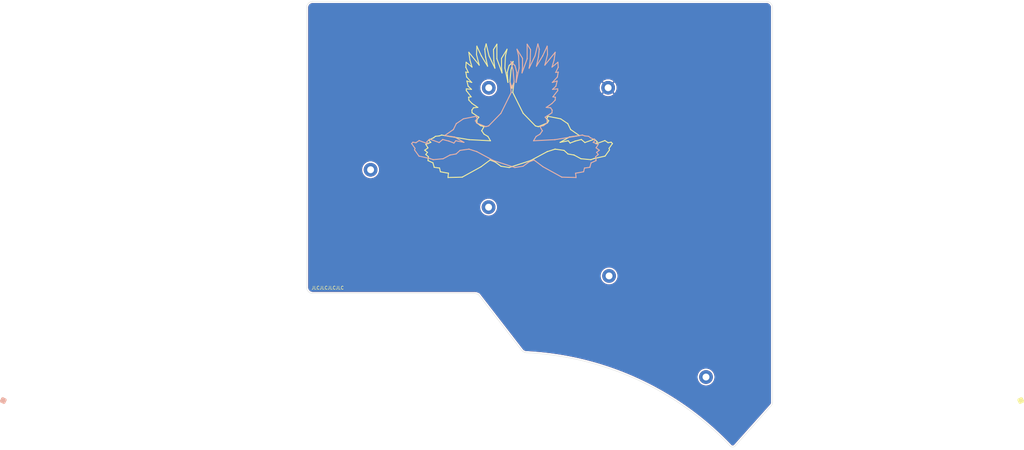
<source format=kicad_pcb>
(kicad_pcb (version 20211014) (generator pcbnew)
  (title_block (title "BlueJay Left"))
  (layers (0 "F.Cu" signal) (31 "B.Cu" signal) (36 "B.SilkS" user "B.Silkscreen") (37 "F.SilkS" user "F.Silkscreen") (38 "B.Mask" user) (39 "F.Mask" user) (44 "Edge.Cuts" user))
  (net 0 "")
  (net 1 "GND")
  (footprint "MountingHole:MountingHole_2.2mm_M2_Pad" (layer "F.Cu") (at -29.15 9.55)
    (fp_text reference "H5")
    (fp_text value "M2")
    (pad "1" thru_hole circle (at 0 0) (size 4.4 4.4) (drill 2.2) (layers *.Cu *.Mask))
  )
  (footprint "MountingHole:MountingHole_2.2mm_M2_Pad" (layer "F.Cu") (at -29.09 -28.59)
    (fp_text reference "H1")
    (fp_text value "M2")
    (pad "1" thru_hole circle (at 0 0) (size 4.4 4.4) (drill 2.2) (layers *.Cu *.Mask))
  )
  (footprint "MountingHole:MountingHole_2.2mm_M2_Pad" (layer "F.Cu") (at 9 -28.6)
    (fp_text reference "H3")
    (fp_text value "M2")
    (pad "1" thru_hole circle (at 0 0) (size 4.4 4.4) (drill 2.2) (layers *.Cu *.Mask) (net 1 "GND"))
  )
  (footprint "MountingHole:MountingHole_2.2mm_M2_Pad" (layer "F.Cu") (at 40.23 63.82)
    (fp_text reference "H2")
    (fp_text value "M2")
    (pad "1" thru_hole circle (at 0 0) (size 4.4 4.4) (drill 2.2) (layers *.Cu *.Mask))
  )
  (footprint "MountingHole:MountingHole_2.2mm_M2_Pad" (layer "F.Cu") (at 9.3 31.52)
    (fp_text reference "H6")
    (fp_text value "M2")
    (pad "1" thru_hole circle (at 0 0) (size 4.4 4.4) (drill 2.2) (layers *.Cu *.Mask))
  )
  (footprint "MountingHole:MountingHole_2.2mm_M2_Pad" (layer "F.Cu") (at -66.8 -2.4)
    (fp_text reference "H4")
    (fp_text value "M2")
    (pad "1" thru_hole circle (at 0 0) (size 4.4 4.4) (drill 2.2) (layers *.Cu *.Mask))
  )
  (footprint "BlueJay footprints:BlueJay_Logo_New_Large" (layer "F.Cu") (at -21.67 -13.48)
    (fp_text reference "G***" hide)
    (fp_text value "LOGO" hide)
    (fp_line (start -2.098264 -25.309015) (end -1.585432 -27.417328) (layer "F.SilkS") (width 0.311607))
    (fp_line (start -22.839601 11.728932) (end -20.275436 12.184784) (layer "F.SilkS") (width 0.311607))
    (fp_line (start -24.833946 10.304398) (end -24.833946 10.304398) (layer "F.SilkS") (width 0.311607))
    (fp_line (start -11.329261 -25.707884) (end -11.329261 -25.707884) (layer "F.SilkS") (width 0.311607))
    (fp_line (start 11.235302 5.29002) (end 11.235302 5.29002) (layer "F.SilkS") (width 0.311607))
    (fp_line (start 19.782521 6.372666) (end 19.782521 6.372666) (layer "F.SilkS") (width 0.311607))
    (fp_line (start -26.657356 6.942494) (end -26.657356 6.942494) (layer "F.SilkS") (width 0.311607))
    (fp_line (start -0.901746 10.361367) (end -0.901746 10.361367) (layer "F.SilkS") (width 0.311607))
    (fp_line (start 21.492081 0.161688) (end 18.699986 -1.77568) (layer "F.SilkS") (width 0.311607))
    (fp_line (start 3.54292 -6.960994) (end 3.54292 -6.960994) (layer "F.SilkS") (width 0.311607))
    (fp_line (start 7.47464 -2.915311) (end 7.47464 -2.915311) (layer "F.SilkS") (width 0.311607))
    (fp_line (start 30.665974 2.440945) (end 29.640309 1.757168) (layer "F.SilkS") (width 0.311607))
    (fp_line (start -12.810804 -7.986658) (end -12.753854 -7.131935) (layer "F.SilkS") (width 0.311607))
    (fp_line (start -3.351854 -24.511275) (end -3.351854 -24.511275) (layer "F.SilkS") (width 0.311607))
    (fp_line (start -4.833376 -29.012809) (end -4.833376 -29.012809) (layer "F.SilkS") (width 0.311607))
    (fp_line (start 20.124405 1.928113) (end 20.124405 1.928113) (layer "F.SilkS") (width 0.311607))
    (fp_line (start -5.403278 8.594944) (end -3.52289 9.962498) (layer "F.SilkS") (width 0.311607))
    (fp_line (start -13.437571 -23.998442) (end -13.437571 -23.998442) (layer "F.SilkS") (width 0.311607))
    (fp_line (start -14.577197 -14.767448) (end -14.577197 -14.197633) (layer "F.SilkS") (width 0.311607))
    (fp_line (start 3.54292 -6.960994) (end 0.237997 -13.627822) (layer "F.SilkS") (width 0.311607))
    (fp_line (start -13.836441 -12.089321) (end -13.779491 -11.177618) (layer "F.SilkS") (width 0.311607))
    (fp_line (start -12.753793 -21.719184) (end -14.634182 -23.257683) (layer "F.SilkS") (width 0.311607))
    (fp_line (start -0.901746 10.361367) (end 5.936028 8.139092) (layer "F.SilkS") (width 0.311607))
    (fp_line (start -20.275436 12.184784) (end -20.275436 12.184784) (layer "F.SilkS") (width 0.311607))
    (fp_line (start 7.47464 -2.915311) (end 3.54292 -6.960994) (layer "F.SilkS") (width 0.311607))
    (fp_line (start -4.833376 -24.397313) (end -4.833376 -29.012809) (layer "F.SilkS") (width 0.311607))
    (fp_line (start -20.275436 12.184784) (end -20.44638 13.552338) (layer "F.SilkS") (width 0.311607))
    (fp_line (start -0.160879 -14.995376) (end -0.160879 -14.995376) (layer "F.SilkS") (width 0.311607))
    (fp_line (start 162.526379 84.26894) (end 162.526379 84.26894) (layer "F.SilkS") (width 1))
    (fp_line (start 15.337963 2.326981) (end 18.300995 0.617539) (layer "F.SilkS") (width 0.311607))
    (fp_line (start 31.121827 4.720204) (end 30.950882 4.264351) (layer "F.SilkS") (width 0.311607))
    (fp_line (start -9.90481 10.133442) (end -6.998756 7.968148) (layer "F.SilkS") (width 0.311607))
    (fp_line (start -6.884798 1.814152) (end -13.665584 1.472264) (layer "F.SilkS") (width 0.311607))
    (fp_line (start -14.634182 -23.257683) (end -14.748139 -21.662202) (layer "F.SilkS") (width 0.311607))
    (fp_line (start -13.437571 -23.998442) (end -12.753793 -21.719184) (layer "F.SilkS") (width 0.311607))
    (fp_line (start -26.600368 1.58623) (end -26.600368 1.58623) (layer "F.SilkS") (width 0.311607))
    (fp_line (start -14.748139 -20.123704) (end -14.463237 -18.528224) (layer "F.SilkS") (width 0.311607))
    (fp_line (start -9.90481 10.133442) (end -9.90481 10.133442) (layer "F.SilkS") (width 0.311607))
    (fp_line (start 19.782521 6.372666) (end 22.004788 7.569275) (layer "F.SilkS") (width 0.311607))
    (fp_line (start -14.634182 -23.257683) (end -14.634182 -23.257683) (layer "F.SilkS") (width 0.311607))
    (fp_line (start -5.802055 -23.770516) (end -5.802055 -23.770516) (layer "F.SilkS") (width 0.311607))
    (fp_line (start -1.357483 -17.616522) (end -1.357483 -17.616522) (layer "F.SilkS") (width 0.311607))
    (fp_line (start 0.636866 -16.7618) (end -0.160879 -14.995376) (layer "F.SilkS") (width 0.311607))
    (fp_line (start -25.232813 8.87986) (end -24.833946 10.304398) (layer "F.SilkS") (width 0.311607))
    (fp_line (start -12.867752 -16.81878) (end -12.867752 -16.81878) (layer "F.SilkS") (width 0.311607))
    (fp_line (start -14.577197 -14.197633) (end -14.577197 -14.197633) (layer "F.SilkS") (width 0.311607))
    (fp_line (start -8.70811 -27.417328) (end -8.423208 -24.910146) (layer "F.SilkS") (width 0.311607))
    (fp_line (start 18.52892 2.554905) (end 17.959107 1.814148) (layer "F.SilkS") (width 0.311607))
    (fp_line (start -7.340555 -25.309015) (end -7.340555 -25.309015) (layer "F.SilkS") (width 0.311607))
    (fp_line (start -14.748139 -20.123704) (end -14.748139 -20.123704) (layer "F.SilkS") (width 0.311607))
    (fp_line (start 18.300995 0.617539) (end 21.492081 0.161688) (layer "F.SilkS") (width 0.311607))
    (fp_line (start 17.845147 6.030777) (end 19.782521 6.372666) (layer "F.SilkS") (width 0.311607))
    (fp_line (start -12.753854 -7.131935) (end -10.588556 -5.707399) (layer "F.SilkS") (width 0.311607))
    (fp_line (start 13.742482 4.49228) (end 13.742482 4.49228) (layer "F.SilkS") (width 0.311607))
    (fp_line (start -2.269209 -21.434277) (end -2.098264 -25.309015) (layer "F.SilkS") (width 0.311607))
    (fp_line (start -12.297971 -8.727417) (end -12.297971 -8.727417) (layer "F.SilkS") (width 0.311607))
    (fp_line (start 26.164441 7.512291) (end 29.697285 6.71455) (layer "F.SilkS") (width 0.311607))
    (fp_line (start 5.936028 8.139092) (end 11.235302 5.29002) (layer "F.SilkS") (width 0.311607))
    (fp_line (start 17.959107 1.814148) (end 17.959107 1.814148) (layer "F.SilkS") (width 0.311607))
    (fp_line (start -26.999244 5.517952) (end -26.999244 5.517952) (layer "F.SilkS") (width 0.311607))
    (fp_line (start -14.577197 -14.767448) (end -14.577197 -14.767448) (layer "F.SilkS") (width 0.311607))
    (fp_line (start -22.440725 -0.009252) (end -22.440725 -0.009252) (layer "F.SilkS") (width 0.311607))
    (fp_line (start -13.038697 -12.203283) (end -13.836441 -12.089321) (layer "F.SilkS") (width 0.311607))
    (fp_line (start 11.349377 -5.593439) (end 11.007496 -5.308534) (layer "F.SilkS") (width 0.311607))
    (fp_line (start 26.278397 1.301314) (end 23.258385 2.383961) (layer "F.SilkS") (width 0.311607))
    (fp_line (start -2.269209 -21.434277) (end -2.269209 -21.434277) (layer "F.SilkS") (width 0.311607))
    (fp_line (start -9.676885 -1.376806) (end -9.676885 -1.376806) (layer "F.SilkS") (width 0.311607))
    (fp_line (start 29.640309 1.757168) (end 29.640309 1.757168) (layer "F.SilkS") (width 0.311607))
    (fp_line (start -23.238468 0.275654) (end -23.238468 0.275654) (layer "F.SilkS") (width 0.311607))
    (fp_line (start 8.386341 -2.687385) (end 8.386341 -2.687385) (layer "F.SilkS") (width 0.311607))
    (fp_line (start -19.933547 0.446599) (end -19.933547 0.446599) (layer "F.SilkS") (width 0.311607))
    (fp_line (start -20.44638 13.552338) (end -17.939193 13.495347) (layer "F.SilkS") (width 0.311607))
    (fp_line (start -26.600368 1.58623) (end -25.916591 2.326989) (layer "F.SilkS") (width 0.311607))
    (fp_line (start 11.691265 -4.567773) (end 11.292397 -3.883995) (layer "F.SilkS") (width 0.311607))
    (fp_line (start 11.178433 -6.049291) (end 11.178433 -6.049291) (layer "F.SilkS") (width 0.311607))
    (fp_line (start -26.657356 6.942494) (end -26.8283 8.139103) (layer "F.SilkS") (width 0.311607))
    (fp_line (start -13.836441 -12.089321) (end -13.836441 -12.089321) (layer "F.SilkS") (width 0.311607))
    (fp_line (start -5.916019 -27.303366) (end -5.916019 -27.303366) (layer "F.SilkS") (width 0.311607))
    (fp_line (start 11.691265 -4.567773) (end 11.691265 -4.567773) (layer "F.SilkS") (width 0.311607))
    (fp_line (start 11.178433 -6.049291) (end 11.349377 -5.593439) (layer "F.SilkS") (width 0.311607))
    (fp_line (start -12.924739 -14.596504) (end -12.924739 -14.596504) (layer "F.SilkS") (width 0.311607))
    (fp_line (start -26.8283 8.139103) (end -26.8283 8.139103) (layer "F.SilkS") (width 0.311607))
    (fp_line (start -1.585432 -27.417328) (end -1.585432 -27.417328) (layer "F.SilkS") (width 0.311607))
    (fp_line (start -3.351854 -21.662203) (end -3.18091 -19.838797) (layer "F.SilkS") (width 0.311607))
    (fp_line (start -12.753826 -10.09497) (end -12.753826 -10.09497) (layer "F.SilkS") (width 0.311607))
    (fp_line (start -3.52289 9.962498) (end -3.52289 9.962498) (layer "F.SilkS") (width 0.311607))
    (fp_line (start 31.634652 2.270001) (end 31.634652 2.270001) (layer "F.SilkS") (width 0.311607))
    (fp_line (start -4.833376 -24.397313) (end -4.833376 -24.397313) (layer "F.SilkS") (width 0.311607))
    (fp_line (start 22.004788 7.569275) (end 25.138775 7.85418) (layer "F.SilkS") (width 0.311607))
    (fp_line (start 27.190106 2.156037) (end 26.278397 1.301314) (layer "F.SilkS") (width 0.311607))
    (fp_line (start -13.779461 -26.448644) (end -13.779461 -26.448644) (layer "F.SilkS") (width 0.311607))
    (fp_line (start -9.676885 -1.376806) (end -8.936121 -0.29416) (layer "F.SilkS") (width 0.311607))
    (fp_line (start -11.158405 -3.827009) (end -11.158405 -3.827009) (layer "F.SilkS") (width 0.311607))
    (fp_line (start 15.50903 -5.194568) (end 15.50903 -5.194568) (layer "F.SilkS") (width 0.311607))
    (fp_line (start -13.665584 1.472264) (end -19.933547 0.446599) (layer "F.SilkS") (width 0.311607))
    (fp_line (start -14.748139 -21.662202) (end -14.748139 -21.662202) (layer "F.SilkS") (width 0.311607))
    (fp_line (start -3.351854 -24.511275) (end -3.351854 -21.662203) (layer "F.SilkS") (width 0.311607))
    (fp_line (start -3.18091 -19.838797) (end -3.18091 -19.838797) (layer "F.SilkS") (width 0.311607))
    (fp_line (start -13.950404 -20.00974) (end -14.748139 -20.123704) (layer "F.SilkS") (width 0.311607))
    (fp_line (start -13.950404 -20.00974) (end -13.950404 -20.00974) (layer "F.SilkS") (width 0.311607))
    (fp_line (start 29.697285 6.71455) (end 29.697285 6.71455) (layer "F.SilkS") (width 0.311607))
    (fp_line (start -27.512077 2.953785) (end -27.512077 2.953785) (layer "F.SilkS") (width 0.311607))
    (fp_line (start -8.252264 -29.126772) (end -8.70811 -27.417328) (layer "F.SilkS") (width 0.311607))
    (fp_line (start -27.512077 6.201733) (end -27.512077 6.201733) (layer "F.SilkS") (width 0.311607))
    (fp_line (start -8.423208 -24.910146) (end -8.423208 -24.910146) (layer "F.SilkS") (width 0.311607))
    (fp_line (start 13.742482 4.49228) (end 16.591557 4.891148) (layer "F.SilkS") (width 0.311607))
    (fp_line (start -7.682531 0.446599) (end -7.682531 0.446599) (layer "F.SilkS") (width 0.311607))
    (fp_line (start 8.386341 -2.687385) (end 7.47464 -2.915311) (layer "F.SilkS") (width 0.311607))
    (fp_line (start -10.075752 -3.02927) (end -10.075752 -3.02927) (layer "F.SilkS") (width 0.311607))
    (fp_line (start 11.349377 -5.593439) (end 11.349377 -5.593439) (layer "F.SilkS") (width 0.311607))
    (fp_line (start 11.292397 -3.883995) (end 8.386341 -2.687385) (layer "F.SilkS") (width 0.311607))
    (fp_line (start 18.699986 -1.77568) (end 17.788285 -3.656068) (layer "F.SilkS") (width 0.311607))
    (fp_line (start -4.833376 -29.012809) (end -5.916019 -27.303366) (layer "F.SilkS") (width 0.311607))
    (fp_line (start -7.796409 -22.004092) (end -9.790763 -25.309015) (layer "F.SilkS") (width 0.311607))
    (fp_line (start -13.779491 -11.177618) (end -12.753826 -10.09497) (layer "F.SilkS") (width 0.311607))
    (fp_line (start -10.588556 -5.707399) (end -10.588556 -5.707399) (layer "F.SilkS") (width 0.311607))
    (fp_line (start 5.936028 8.139092) (end 5.936028 8.139092) (layer "F.SilkS") (width 0.311607))
    (fp_line (start -5.916019 -27.303366) (end -5.802055 -23.770516) (layer "F.SilkS") (width 0.311607))
    (fp_line (start -3.52289 9.962498) (end -0.901746 10.361367) (layer "F.SilkS") (width 0.311607))
    (fp_line (start 23.258385 2.383961) (end 22.118752 1.415278) (layer "F.SilkS") (width 0.311607))
    (fp_line (start 18.52892 2.554905) (end 18.52892 2.554905) (layer "F.SilkS") (width 0.311607))
    (fp_line (start 0.636866 -16.7618) (end 0.636866 -16.7618) (layer "F.SilkS") (width 0.311607))
    (fp_line (start 26.278397 1.301314) (end 26.278397 1.301314) (layer "F.SilkS") (width 0.311607))
    (fp_line (start -8.70811 -27.417328) (end -8.70811 -27.417328) (layer "F.SilkS") (width 0.311607))
    (fp_line (start 0.237997 -13.627822) (end 0.636866 -16.7618) (layer "F.SilkS") (width 0.311607))
    (fp_line (start -11.215355 -4.852674) (end -11.215355 -4.852674) (layer "F.SilkS") (width 0.311607))
    (fp_line (start -22.839601 11.728932) (end -22.839601 11.728932) (layer "F.SilkS") (width 0.311607))
    (fp_line (start 23.258385 2.383961) (end 23.258385 2.383961) (layer "F.SilkS") (width 0.311607))
    (fp_line (start -24.833946 10.304398) (end -23.124503 10.532322) (layer "F.SilkS") (width 0.311607))
    (fp_line (start -25.916591 2.326989) (end -27.512077 2.953785) (layer "F.SilkS") (width 0.311607))
    (fp_line (start -14.463237 -18.528224) (end -14.463237 -18.528224) (layer "F.SilkS") (width 0.311607))
    (fp_line (start -15.887861 13.438366) (end -9.90481 10.133442) (layer "F.SilkS") (width 0.311607))
    (fp_line (start 17.788285 -3.656068) (end 15.50903 -5.194568) (layer "F.SilkS") (width 0.311607))
    (fp_line (start -19.933547 0.446599) (end -22.440725 -0.009252) (layer "F.SilkS") (width 0.311607))
    (fp_line (start -13.779491 -11.177618) (end -13.779491 -11.177618) (layer "F.SilkS") (width 0.311607))
    (fp_line (start -10.588556 -5.707399) (end -11.215355 -4.852674) (layer "F.SilkS") (width 0.311607))
    (fp_line (start -7.682531 0.446599) (end -6.884798 1.814152) (layer "F.SilkS") (width 0.311607))
    (fp_line (start -7.340555 -25.309015) (end -8.252264 -29.126772) (layer "F.SilkS") (width 0.311607))
    (fp_line (start -14.007384 -15.62217) (end -12.924739 -14.596504) (layer "F.SilkS") (width 0.311607))
    (fp_line (start 11.235302 5.29002) (end 13.742482 4.49228) (layer "F.SilkS") (width 0.311607))
    (fp_line (start 20.124405 1.928113) (end 18.52892 2.554905) (layer "F.SilkS") (width 0.311607))
    (fp_line (start -10.474531 -22.34598) (end -13.779461 -26.448644) (layer "F.SilkS") (width 0.311607))
    (fp_line (start -5.460167 -21.377296) (end -5.460167 -21.377296) (layer "F.SilkS") (width 0.311607))
    (fp_line (start -0.331823 -20.750501) (end 0.351954 -23.485611) (layer "F.SilkS") (width 0.311607))
    (fp_line (start -8.252264 -29.126772) (end -8.252264 -29.126772) (layer "F.SilkS") (width 0.311607))
    (fp_line (start 11.007496 -5.308534) (end 11.691265 -4.567773) (layer "F.SilkS") (width 0.311607))
    (fp_line (start -25.232813 8.87986) (end -25.232813 8.87986) (layer "F.SilkS") (width 0.311607))
    (fp_line (start 17.959107 1.814148) (end 15.337963 2.326981) (layer "F.SilkS") (width 0.311607))
    (fp_line (start -5.403278 8.594944) (end -5.403278 8.594944) (layer "F.SilkS") (width 0.311607))
    (fp_line (start 31.634652 2.270001) (end 30.665974 2.440945) (layer "F.SilkS") (width 0.311607))
    (fp_line (start -14.748139 -21.662202) (end -13.950404 -20.00974) (layer "F.SilkS") (width 0.311607))
    (fp_line (start -8.423208 -24.910146) (end -7.796409 -22.004092) (layer "F.SilkS") (width 0.311607))
    (fp_line (start -13.038697 -12.203283) (end -13.038697 -12.203283) (layer "F.SilkS") (width 0.311607))
    (fp_line (start -3.351854 -21.662203) (end -3.351854 -21.662203) (layer "F.SilkS") (width 0.311607))
    (fp_line (start 0.351954 -23.485611) (end -0.958614 -22.175037) (layer "F.SilkS") (width 0.311607))
    (fp_line (start -11.215297 -28.386012) (end -11.215297 -28.386012) (layer "F.SilkS") (width 0.311607))
    (fp_line (start 22.118752 1.415278) (end 22.118752 1.415278) (layer "F.SilkS") (width 0.311607))
    (fp_line (start 18.699986 -1.77568) (end 18.699986 -1.77568) (layer "F.SilkS") (width 0.311607))
    (fp_line (start 161.794934 84.634663) (end 162.526379 84.26894) (layer "F.SilkS") (width 1))
    (fp_line (start 0.351954 -23.485611) (end 0.351954 -23.485611) (layer "F.SilkS") (width 0.311607))
    (fp_line (start -1.528427 -20.009742) (end -1.357483 -17.616522) (layer "F.SilkS") (width 0.311607))
    (fp_line (start -10.075752 -3.02927) (end -8.936121 -2.687379) (layer "F.SilkS") (width 0.311607))
    (fp_line (start -24.435079 0.389618) (end -25.004891 0.845469) (layer "F.SilkS") (width 0.311607))
    (fp_line (start -10.474531 -22.34598) (end -10.474531 -22.34598) (layer "F.SilkS") (width 0.311607))
    (fp_line (start 162.892102 85.000386) (end 162.160656 85.366108) (layer "F.SilkS") (width 1))
    (fp_line (start -12.810804 -7.986658) (end -12.810804 -7.986658) (layer "F.SilkS") (width 0.311607))
    (fp_line (start -11.329261 -25.707884) (end -10.474531 -22.34598) (layer "F.SilkS") (width 0.311607))
    (fp_line (start -6.884798 1.814152) (end -6.884798 1.814152) (layer "F.SilkS") (width 0.311607))
    (fp_line (start 22.004788 7.569275) (end 22.004788 7.569275) (layer "F.SilkS") (width 0.311607))
    (fp_line (start -27.853966 4.834176) (end -26.999244 5.517952) (layer "F.SilkS") (width 0.311607))
    (fp_line (start 30.950882 4.264351) (end 32.033528 2.725853) (layer "F.SilkS") (width 0.311607))
    (fp_line (start -17.939193 13.495347) (end -15.887861 13.438366) (layer "F.SilkS") (width 0.311607))
    (fp_line (start -8.936121 -0.29416) (end -7.682531 0.446599) (layer "F.SilkS") (width 0.311607))
    (fp_line (start -12.753854 -7.131935) (end -12.753854 -7.131935) (layer "F.SilkS") (width 0.311607))
    (fp_line (start 17.845147 6.030777) (end 17.845147 6.030777) (layer "F.SilkS") (width 0.311607))
    (fp_line (start -7.796409 -22.004092) (end -7.796409 -22.004092) (layer "F.SilkS") (width 0.311607))
    (fp_line (start 22.118752 1.415278) (end 20.124405 1.928113) (layer "F.SilkS") (width 0.311607))
    (fp_line (start 11.292397 -3.883995) (end 11.292397 -3.883995) (layer "F.SilkS") (width 0.311607))
    (fp_line (start -27.853966 4.834176) (end -27.853966 4.834176) (layer "F.SilkS") (width 0.311607))
    (fp_line (start -26.8283 8.139103) (end -25.232813 8.87986) (layer "F.SilkS") (width 0.311607))
    (fp_line (start 29.697285 6.71455) (end 31.121827 4.720204) (layer "F.SilkS") (width 0.311607))
    (fp_line (start -11.215355 -4.852674) (end -11.158405 -3.827009) (layer "F.SilkS") (width 0.311607))
    (fp_line (start -8.936121 -0.29416) (end -8.936121 -0.29416) (layer "F.SilkS") (width 0.311607))
    (fp_line (start -14.007384 -15.62217) (end -14.007384 -15.62217) (layer "F.SilkS") (width 0.311607))
    (fp_line (start -9.790763 -25.309015) (end -9.790763 -25.309015) (layer "F.SilkS") (width 0.311607))
    (fp_line (start -8.936121 -2.687379) (end -8.936121 -2.687379) (layer "F.SilkS") (width 0.311607))
    (fp_line (start -23.124503 10.532322) (end -22.839601 11.728932) (layer "F.SilkS") (width 0.311607))
    (fp_line (start -11.158405 -3.827009) (end -10.075752 -3.02927) (layer "F.SilkS") (width 0.311607))
    (fp_line (start -11.215297 -28.386012) (end -11.329261 -25.707884) (layer "F.SilkS") (width 0.311607))
    (fp_line (start -3.18091 -19.838797) (end -4.833376 -24.397313) (layer "F.SilkS") (width 0.311607))
    (fp_line (start -15.887861 13.438366) (end -15.887861 13.438366) (layer "F.SilkS") (width 0.311607))
    (fp_line (start -0.958614 -22.175037) (end -1.528427 -20.009742) (layer "F.SilkS") (width 0.311607))
    (fp_line (start -12.297971 -8.727417) (end -12.810804 -7.986658) (layer "F.SilkS") (width 0.311607))
    (fp_line (start -23.238468 0.275654) (end -24.435079 0.389618) (layer "F.SilkS") (width 0.311607))
    (fp_line (start -1.528427 -20.009742) (end -1.528427 -20.009742) (layer "F.SilkS") (width 0.311607))
    (fp_line (start -25.004891 0.845469) (end -26.600368 1.58623) (layer "F.SilkS") (width 0.311607))
    (fp_line (start -9.790763 -25.309015) (end -11.215297 -28.386012) (layer "F.SilkS") (width 0.311607))
    (fp_line (start -12.867752 -16.81878) (end -14.406251 -17.274631) (layer "F.SilkS") (width 0.311607))
    (fp_line (start -25.004891 0.845469) (end -25.004891 0.845469) (layer "F.SilkS") (width 0.311607))
    (fp_line (start 25.138775 7.85418) (end 25.138775 7.85418) (layer "F.SilkS") (width 0.311607))
    (fp_line (start 17.788285 -3.656068) (end 17.788285 -3.656068) (layer "F.SilkS") (width 0.311607))
    (fp_line (start -6.998756 7.968148) (end -6.998756 7.968148) (layer "F.SilkS") (width 0.311607))
    (fp_line (start -5.802055 -23.770516) (end -5.460167 -21.377296) (layer "F.SilkS") (width 0.311607))
    (fp_line (start -20.44638 13.552338) (end -20.44638 13.552338) (layer "F.SilkS") (width 0.311607))
    (fp_line (start 18.300995 0.617539) (end 18.300995 0.617539) (layer "F.SilkS") (width 0.311607))
    (fp_line (start -24.435079 0.389618) (end -24.435079 0.389618) (layer "F.SilkS") (width 0.311607))
    (fp_line (start 162.526379 84.26894) (end 162.892102 85.000386) (layer "F.SilkS") (width 1))
    (fp_line (start 162.892102 85.000386) (end 162.892102 85.000386) (layer "F.SilkS") (width 1))
    (fp_line (start 32.033528 2.725853) (end 31.634652 2.270001) (layer "F.SilkS") (width 0.311607))
    (fp_line (start 15.337963 2.326981) (end 15.337963 2.326981) (layer "F.SilkS") (width 0.311607))
    (fp_line (start -14.463237 -18.528224) (end -12.867752 -16.81878) (layer "F.SilkS") (width 0.311607))
    (fp_line (start -0.331823 -20.750501) (end -0.331823 -20.750501) (layer "F.SilkS") (width 0.311607))
    (fp_line (start -10.930416 -8.841379) (end -12.297971 -8.727417) (layer "F.SilkS") (width 0.311607))
    (fp_line (start -1.357483 -17.616522) (end -1.300533 -16.818782) (layer "F.SilkS") (width 0.311607))
    (fp_line (start 16.591557 4.891148) (end 17.845147 6.030777) (layer "F.SilkS") (width 0.311607))
    (fp_line (start -14.577197 -14.197633) (end -13.038697 -12.203283) (layer "F.SilkS") (width 0.311607))
    (fp_line (start -0.673711 -17.103691) (end -0.673711 -17.103691) (layer "F.SilkS") (width 0.311607))
    (fp_line (start -1.300533 -16.818782) (end -1.300533 -16.818782) (layer "F.SilkS") (width 0.311607))
    (fp_line (start -0.160879 -14.995376) (end -0.673711 -17.103691) (layer "F.SilkS") (width 0.311607))
    (fp_line (start -27.512077 6.201733) (end -26.657356 6.942494) (layer "F.SilkS") (width 0.311607))
    (fp_line (start -14.406251 -17.274631) (end -14.007384 -15.62217) (layer "F.SilkS") (width 0.311607))
    (fp_line (start -13.665584 1.472264) (end -13.665584 1.472264) (layer "F.SilkS") (width 0.311607))
    (fp_line (start -26.8283 4.093415) (end -27.853966 4.834176) (layer "F.SilkS") (width 0.311607))
    (fp_line (start -12.753793 -21.719184) (end -12.753793 -21.719184) (layer "F.SilkS") (width 0.311607))
    (fp_line (start 161.794934 84.634663) (end 161.794934 84.634663) (layer "F.SilkS") (width 1))
    (fp_line (start 162.160656 85.366108) (end 161.794934 84.634663) (layer "F.SilkS") (width 1))
    (fp_line (start 16.591557 4.891148) (end 16.591557 4.891148) (layer "F.SilkS") (width 0.311607))
    (fp_line (start -10.930416 -8.841379) (end -10.930416 -8.841379) (layer "F.SilkS") (width 0.311607))
    (fp_line (start -0.673711 -17.103691) (end -0.331823 -20.750501) (layer "F.SilkS") (width 0.311607))
    (fp_line (start -0.958614 -22.175037) (end -0.958614 -22.175037) (layer "F.SilkS") (width 0.311607))
    (fp_line (start -6.998756 7.968148) (end -5.403278 8.594944) (layer "F.SilkS") (width 0.311607))
    (fp_line (start 11.007496 -5.308534) (end 11.007496 -5.308534) (layer "F.SilkS") (width 0.311607))
    (fp_line (start -12.753826 -10.09497) (end -10.930416 -8.841379) (layer "F.SilkS") (width 0.311607))
    (fp_line (start 30.665974 2.440945) (end 30.665974 2.440945) (layer "F.SilkS") (width 0.311607))
    (fp_line (start 15.50903 -5.194568) (end 11.178433 -6.049291) (layer "F.SilkS") (width 0.311607))
    (fp_line (start 29.640309 1.757168) (end 26.84821 2.782834) (layer "F.SilkS") (width 0.311607))
    (fp_line (start 26.84821 2.782834) (end 27.190106 2.156037) (layer "F.SilkS") (width 0.311607))
    (fp_line (start 32.033528 2.725853) (end 32.033528 2.725853) (layer "F.SilkS") (width 0.311607))
    (fp_line (start 25.138775 7.85418) (end 26.164441 7.512291) (layer "F.SilkS") (width 0.311607))
    (fp_line (start -12.924739 -14.596504) (end -14.577197 -14.767448) (layer "F.SilkS") (width 0.311607))
    (fp_line (start -27.512077 2.953785) (end -26.8283 4.093415) (layer "F.SilkS") (width 0.311607))
    (fp_line (start 27.190106 2.156037) (end 27.190106 2.156037) (layer "F.SilkS") (width 0.311607))
    (fp_line (start -14.406251 -17.274631) (end -14.406251 -17.274631) (layer "F.SilkS") (width 0.311607))
    (fp_line (start -26.999244 5.517952) (end -27.512077 6.201733) (layer "F.SilkS") (width 0.311607))
    (fp_line (start -23.124503 10.532322) (end -23.124503 10.532322) (layer "F.SilkS") (width 0.311607))
    (fp_line (start 0.237997 -13.627822) (end 0.237997 -13.627822) (layer "F.SilkS") (width 0.311607))
    (fp_line (start -13.779461 -26.448644) (end -13.437571 -23.998442) (layer "F.SilkS") (width 0.311607))
    (fp_line (start -5.460167 -21.377296) (end -7.340555 -25.309015) (layer "F.SilkS") (width 0.311607))
    (fp_line (start 26.164441 7.512291) (end 26.164441 7.512291) (layer "F.SilkS") (width 0.311607))
    (fp_line (start 30.950882 4.264351) (end 30.950882 4.264351) (layer "F.SilkS") (width 0.311607))
    (fp_line (start -8.936121 -2.687379) (end -9.676885 -1.376806) (layer "F.SilkS") (width 0.311607))
    (fp_line (start 31.121827 4.720204) (end 31.121827 4.720204) (layer "F.SilkS") (width 0.311607))
    (fp_line (start 26.84821 2.782834) (end 26.84821 2.782834) (layer "F.SilkS") (width 0.311607))
    (fp_line (start -22.440725 -0.009252) (end -23.238468 0.275654) (layer "F.SilkS") (width 0.311607))
    (fp_line (start -2.098264 -25.309015) (end -2.098264 -25.309015) (layer "F.SilkS") (width 0.311607))
    (fp_line (start -1.585432 -27.417328) (end -3.351854 -24.511275) (layer "F.SilkS") (width 0.311607))
    (fp_line (start -26.8283 4.093415) (end -26.8283 4.093415) (layer "F.SilkS") (width 0.311607))
    (fp_line (start -17.939193 13.495347) (end -17.939193 13.495347) (layer "F.SilkS") (width 0.311607))
    (fp_line (start -25.916591 2.326989) (end -25.916591 2.326989) (layer "F.SilkS") (width 0.311607))
    (fp_line (start -1.300533 -16.818782) (end -2.269209 -21.434277) (layer "F.SilkS") (width 0.311607))
  )
  (footprint "BlueJay footprints:BlueJay_Logo_New_Large" (layer "B.Cu") (at -21.67 -13.48 180)
    (fp_text reference "G***" hide)
    (fp_text value "LOGO" hide)
    (fp_line (start -0.160879 14.995376) (end -0.160879 14.995376) (layer "B.SilkS") (width 0.311607))
    (fp_line (start -26.600368 -1.58623) (end -25.916591 -2.326989) (layer "B.SilkS") (width 0.311607))
    (fp_line (start -5.802055 23.770516) (end -5.802055 23.770516) (layer "B.SilkS") (width 0.311607))
    (fp_line (start -13.950404 20.00974) (end -13.950404 20.00974) (layer "B.SilkS") (width 0.311607))
    (fp_line (start 29.640309 -1.757168) (end 29.640309 -1.757168) (layer "B.SilkS") (width 0.311607))
    (fp_line (start -7.682531 -0.446599) (end -7.682531 -0.446599) (layer "B.SilkS") (width 0.311607))
    (fp_line (start 17.959107 -1.814148) (end 17.959107 -1.814148) (layer "B.SilkS") (width 0.311607))
    (fp_line (start -20.275436 -12.184784) (end -20.44638 -13.552338) (layer "B.SilkS") (width 0.311607))
    (fp_line (start 18.300995 -0.617539) (end 21.492081 -0.161688) (layer "B.SilkS") (width 0.311607))
    (fp_line (start -13.836441 12.089321) (end -13.779491 11.177618) (layer "B.SilkS") (width 0.311607))
    (fp_line (start -8.423208 24.910146) (end -7.796409 22.004092) (layer "B.SilkS") (width 0.311607))
    (fp_line (start 11.178433 6.049291) (end 11.178433 6.049291) (layer "B.SilkS") (width 0.311607))
    (fp_line (start -13.038697 12.203283) (end -13.038697 12.203283) (layer "B.SilkS") (width 0.311607))
    (fp_line (start -7.682531 -0.446599) (end -6.884798 -1.814152) (layer "B.SilkS") (width 0.311607))
    (fp_line (start 5.936028 -8.139092) (end 5.936028 -8.139092) (layer "B.SilkS") (width 0.311607))
    (fp_line (start 11.691265 4.567773) (end 11.292397 3.883995) (layer "B.SilkS") (width 0.311607))
    (fp_line (start -27.512077 -2.953785) (end -27.512077 -2.953785) (layer "B.SilkS") (width 0.311607))
    (fp_line (start -22.440725 0.009252) (end -22.440725 0.009252) (layer "B.SilkS") (width 0.311607))
    (fp_line (start 22.004788 -7.569275) (end 25.138775 -7.85418) (layer "B.SilkS") (width 0.311607))
    (fp_line (start -12.753826 10.09497) (end -10.930416 8.841379) (layer "B.SilkS") (width 0.311607))
    (fp_line (start 27.190106 -2.156037) (end 27.190106 -2.156037) (layer "B.SilkS") (width 0.311607))
    (fp_line (start -14.577197 14.197633) (end -13.038697 12.203283) (layer "B.SilkS") (width 0.311607))
    (fp_line (start 162.160656 -85.366108) (end 161.794934 -84.634663) (layer "B.SilkS") (width 1))
    (fp_line (start -26.999244 -5.517952) (end -27.512077 -6.201733) (layer "B.SilkS") (width 0.311607))
    (fp_line (start 31.121827 -4.720204) (end 31.121827 -4.720204) (layer "B.SilkS") (width 0.311607))
    (fp_line (start 15.337963 -2.326981) (end 18.300995 -0.617539) (layer "B.SilkS") (width 0.311607))
    (fp_line (start -27.853966 -4.834176) (end -27.853966 -4.834176) (layer "B.SilkS") (width 0.311607))
    (fp_line (start -15.887861 -13.438366) (end -15.887861 -13.438366) (layer "B.SilkS") (width 0.311607))
    (fp_line (start -5.460167 21.377296) (end -7.340555 25.309015) (layer "B.SilkS") (width 0.311607))
    (fp_line (start -3.351854 21.662203) (end -3.18091 19.838797) (layer "B.SilkS") (width 0.311607))
    (fp_line (start -7.340555 25.309015) (end -7.340555 25.309015) (layer "B.SilkS") (width 0.311607))
    (fp_line (start -1.357483 17.616522) (end -1.357483 17.616522) (layer "B.SilkS") (width 0.311607))
    (fp_line (start -0.958614 22.175037) (end -0.958614 22.175037) (layer "B.SilkS") (width 0.311607))
    (fp_line (start 22.118752 -1.415278) (end 22.118752 -1.415278) (layer "B.SilkS") (width 0.311607))
    (fp_line (start -25.004891 -0.845469) (end -26.600368 -1.58623) (layer "B.SilkS") (width 0.311607))
    (fp_line (start -6.884798 -1.814152) (end -6.884798 -1.814152) (layer "B.SilkS") (width 0.311607))
    (fp_line (start -17.939193 -13.495347) (end -15.887861 -13.438366) (layer "B.SilkS") (width 0.311607))
    (fp_line (start -23.124503 -10.532322) (end -23.124503 -10.532322) (layer "B.SilkS") (width 0.311607))
    (fp_line (start 18.52892 -2.554905) (end 17.959107 -1.814148) (layer "B.SilkS") (width 0.311607))
    (fp_line (start -15.887861 -13.438366) (end -9.90481 -10.133442) (layer "B.SilkS") (width 0.311607))
    (fp_line (start -24.833946 -10.304398) (end -23.124503 -10.532322) (layer "B.SilkS") (width 0.311607))
    (fp_line (start 26.84821 -2.782834) (end 27.190106 -2.156037) (layer "B.SilkS") (width 0.311607))
    (fp_line (start -10.588556 5.707399) (end -11.215355 4.852674) (layer "B.SilkS") (width 0.311607))
    (fp_line (start -5.403278 -8.594944) (end -3.52289 -9.962498) (layer "B.SilkS") (width 0.311607))
    (fp_line (start 161.794934 -84.634663) (end 162.526379 -84.26894) (layer "B.SilkS") (width 1))
    (fp_line (start 18.699986 1.77568) (end 17.788285 3.656068) (layer "B.SilkS") (width 0.311607))
    (fp_line (start -10.075752 3.02927) (end -10.075752 3.02927) (layer "B.SilkS") (width 0.311607))
    (fp_line (start -14.577197 14.767448) (end -14.577197 14.767448) (layer "B.SilkS") (width 0.311607))
    (fp_line (start 22.004788 -7.569275) (end 22.004788 -7.569275) (layer "B.SilkS") (width 0.311607))
    (fp_line (start -26.8283 -4.093415) (end -27.853966 -4.834176) (layer "B.SilkS") (width 0.311607))
    (fp_line (start -10.474531 22.34598) (end -13.779461 26.448644) (layer "B.SilkS") (width 0.311607))
    (fp_line (start -25.232813 -8.87986) (end -24.833946 -10.304398) (layer "B.SilkS") (width 0.311607))
    (fp_line (start 11.349377 5.593439) (end 11.349377 5.593439) (layer "B.SilkS") (width 0.311607))
    (fp_line (start -11.158405 3.827009) (end -11.158405 3.827009) (layer "B.SilkS") (width 0.311607))
    (fp_line (start 29.697285 -6.71455) (end 31.121827 -4.720204) (layer "B.SilkS") (width 0.311607))
    (fp_line (start 11.007496 5.308534) (end 11.007496 5.308534) (layer "B.SilkS") (width 0.311607))
    (fp_line (start -14.406251 17.274631) (end -14.007384 15.62217) (layer "B.SilkS") (width 0.311607))
    (fp_line (start -2.098264 25.309015) (end -2.098264 25.309015) (layer "B.SilkS") (width 0.311607))
    (fp_line (start -0.160879 14.995376) (end -0.673711 17.103691) (layer "B.SilkS") (width 0.311607))
    (fp_line (start -8.70811 27.417328) (end -8.70811 27.417328) (layer "B.SilkS") (width 0.311607))
    (fp_line (start 17.788285 3.656068) (end 15.50903 5.194568) (layer "B.SilkS") (width 0.311607))
    (fp_line (start -10.930416 8.841379) (end -12.297971 8.727417) (layer "B.SilkS") (width 0.311607))
    (fp_line (start -14.748139 21.662202) (end -14.748139 21.662202) (layer "B.SilkS") (width 0.311607))
    (fp_line (start 26.278397 -1.301314) (end 23.258385 -2.383961) (layer "B.SilkS") (width 0.311607))
    (fp_line (start -9.90481 -10.133442) (end -6.998756 -7.968148) (layer "B.SilkS") (width 0.311607))
    (fp_line (start -25.916591 -2.326989) (end -27.512077 -2.953785) (layer "B.SilkS") (width 0.311607))
    (fp_line (start -12.753793 21.719184) (end -12.753793 21.719184) (layer "B.SilkS") (width 0.311607))
    (fp_line (start -14.634182 23.257683) (end -14.634182 23.257683) (layer "B.SilkS") (width 0.311607))
    (fp_line (start 19.782521 -6.372666) (end 22.004788 -7.569275) (layer "B.SilkS") (width 0.311607))
    (fp_line (start -8.936121 0.29416) (end -8.936121 0.29416) (layer "B.SilkS") (width 0.311607))
    (fp_line (start 0.351954 23.485611) (end -0.958614 22.175037) (layer "B.SilkS") (width 0.311607))
    (fp_line (start 3.54292 6.960994) (end 0.237997 13.627822) (layer "B.SilkS") (width 0.311607))
    (fp_line (start 0.237997 13.627822) (end 0.237997 13.627822) (layer "B.SilkS") (width 0.311607))
    (fp_line (start -13.779491 11.177618) (end -13.779491 11.177618) (layer "B.SilkS") (width 0.311607))
    (fp_line (start 0.237997 13.627822) (end 0.636866 16.7618) (layer "B.SilkS") (width 0.311607))
    (fp_line (start 22.118752 -1.415278) (end 20.124405 -1.928113) (layer "B.SilkS") (width 0.311607))
    (fp_line (start -24.435079 -0.389618) (end -24.435079 -0.389618) (layer "B.SilkS") (width 0.311607))
    (fp_line (start -13.779491 11.177618) (end -12.753826 10.09497) (layer "B.SilkS") (width 0.311607))
    (fp_line (start -19.933547 -0.446599) (end -19.933547 -0.446599) (layer "B.SilkS") (width 0.311607))
    (fp_line (start 25.138775 -7.85418) (end 26.164441 -7.512291) (layer "B.SilkS") (width 0.311607))
    (fp_line (start -25.232813 -8.87986) (end -25.232813 -8.87986) (layer "B.SilkS") (width 0.311607))
    (fp_line (start -11.215355 4.852674) (end -11.158405 3.827009) (layer "B.SilkS") (width 0.311607))
    (fp_line (start -3.18091 19.838797) (end -3.18091 19.838797) (layer "B.SilkS") (width 0.311607))
    (fp_line (start -0.331823 20.750501) (end 0.351954 23.485611) (layer "B.SilkS") (width 0.311607))
    (fp_line (start 17.959107 -1.814148) (end 15.337963 -2.326981) (layer "B.SilkS") (width 0.311607))
    (fp_line (start -1.528427 20.009742) (end -1.357483 17.616522) (layer "B.SilkS") (width 0.311607))
    (fp_line (start 31.634652 -2.270001) (end 30.665974 -2.440945) (layer "B.SilkS") (width 0.311607))
    (fp_line (start -11.215297 28.386012) (end -11.215297 28.386012) (layer "B.SilkS") (width 0.311607))
    (fp_line (start 32.033528 -2.725853) (end 31.634652 -2.270001) (layer "B.SilkS") (width 0.311607))
    (fp_line (start 11.292397 3.883995) (end 8.386341 2.687385) (layer "B.SilkS") (width 0.311607))
    (fp_line (start 11.235302 -5.29002) (end 13.742482 -4.49228) (layer "B.SilkS") (width 0.311607))
    (fp_line (start -1.585432 27.417328) (end -3.351854 24.511275) (layer "B.SilkS") (width 0.311607))
    (fp_line (start 7.47464 2.915311) (end 3.54292 6.960994) (layer "B.SilkS") (width 0.311607))
    (fp_line (start -11.329261 25.707884) (end -10.474531 22.34598) (layer "B.SilkS") (width 0.311607))
    (fp_line (start -10.474531 22.34598) (end -10.474531 22.34598) (layer "B.SilkS") (width 0.311607))
    (fp_line (start -12.753854 7.131935) (end -10.588556 5.707399) (layer "B.SilkS") (width 0.311607))
    (fp_line (start 29.697285 -6.71455) (end 29.697285 -6.71455) (layer "B.SilkS") (width 0.311607))
    (fp_line (start 13.742482 -4.49228) (end 13.742482 -4.49228) (layer "B.SilkS") (width 0.311607))
    (fp_line (start 31.634652 -2.270001) (end 31.634652 -2.270001) (layer "B.SilkS") (width 0.311607))
    (fp_line (start 30.665974 -2.440945) (end 29.640309 -1.757168) (layer "B.SilkS") (width 0.311607))
    (fp_line (start 32.033528 -2.725853) (end 32.033528 -2.725853) (layer "B.SilkS") (width 0.311607))
    (fp_line (start -12.297971 8.727417) (end -12.810804 7.986658) (layer "B.SilkS") (width 0.311607))
    (fp_line (start -13.779461 26.448644) (end -13.779461 26.448644) (layer "B.SilkS") (width 0.311607))
    (fp_line (start -1.357483 17.616522) (end -1.300533 16.818782) (layer "B.SilkS") (width 0.311607))
    (fp_line (start -26.600368 -1.58623) (end -26.600368 -1.58623) (layer "B.SilkS") (width 0.311607))
    (fp_line (start -5.916019 27.303366) (end -5.802055 23.770516) (layer "B.SilkS") (width 0.311607))
    (fp_line (start 11.007496 5.308534) (end 11.691265 4.567773) (layer "B.SilkS") (width 0.311607))
    (fp_line (start -11.158405 3.827009) (end -10.075752 3.02927) (layer "B.SilkS") (width 0.311607))
    (fp_line (start -8.252264 29.126772) (end -8.70811 27.417328) (layer "B.SilkS") (width 0.311607))
    (fp_line (start -27.512077 -2.953785) (end -26.8283 -4.093415) (layer "B.SilkS") (width 0.311607))
    (fp_line (start -14.748139 20.123704) (end -14.748139 20.123704) (layer "B.SilkS") (width 0.311607))
    (fp_line (start 26.164441 -7.512291) (end 26.164441 -7.512291) (layer "B.SilkS") (width 0.311607))
    (fp_line (start -7.796409 22.004092) (end -9.790763 25.309015) (layer "B.SilkS") (width 0.311607))
    (fp_line (start 3.54292 6.960994) (end 3.54292 6.960994) (layer "B.SilkS") (width 0.311607))
    (fp_line (start -13.779461 26.448644) (end -13.437571 23.998442) (layer "B.SilkS") (width 0.311607))
    (fp_line (start -9.790763 25.309015) (end -11.215297 28.386012) (layer "B.SilkS") (width 0.311607))
    (fp_line (start 26.278397 -1.301314) (end 26.278397 -1.301314) (layer "B.SilkS") (width 0.311607))
    (fp_line (start -14.007384 15.62217) (end -12.924739 14.596504) (layer "B.SilkS") (width 0.311607))
    (fp_line (start -14.577197 14.197633) (end -14.577197 14.197633) (layer "B.SilkS") (width 0.311607))
    (fp_line (start 0.636866 16.7618) (end 0.636866 16.7618) (layer "B.SilkS") (width 0.311607))
    (fp_line (start 7.47464 2.915311) (end 7.47464 2.915311) (layer "B.SilkS") (width 0.311607))
    (fp_line (start -14.748139 20.123704) (end -14.463237 18.528224) (layer "B.SilkS") (width 0.311607))
    (fp_line (start -4.833376 29.012809) (end -4.833376 29.012809) (layer "B.SilkS") (width 0.311607))
    (fp_line (start 17.845147 -6.030777) (end 17.845147 -6.030777) (layer "B.SilkS") (width 0.311607))
    (fp_line (start -3.18091 19.838797) (end -4.833376 24.397313) (layer "B.SilkS") (width 0.311607))
    (fp_line (start 23.258385 -2.383961) (end 22.118752 -1.415278) (layer "B.SilkS") (width 0.311607))
    (fp_line (start -9.676885 1.376806) (end -9.676885 1.376806) (layer "B.SilkS") (width 0.311607))
    (fp_line (start -23.124503 -10.532322) (end -22.839601 -11.728932) (layer "B.SilkS") (width 0.311607))
    (fp_line (start -11.215297 28.386012) (end -11.329261 25.707884) (layer "B.SilkS") (width 0.311607))
    (fp_line (start 11.292397 3.883995) (end 11.292397 3.883995) (layer "B.SilkS") (width 0.311607))
    (fp_line (start -26.657356 -6.942494) (end -26.8283 -8.139103) (layer "B.SilkS") (width 0.311607))
    (fp_line (start 30.665974 -2.440945) (end 30.665974 -2.440945) (layer "B.SilkS") (width 0.311607))
    (fp_line (start 20.124405 -1.928113) (end 20.124405 -1.928113) (layer "B.SilkS") (width 0.311607))
    (fp_line (start -12.867752 16.81878) (end -12.867752 16.81878) (layer "B.SilkS") (width 0.311607))
    (fp_line (start 30.950882 -4.264351) (end 30.950882 -4.264351) (layer "B.SilkS") (width 0.311607))
    (fp_line (start -8.423208 24.910146) (end -8.423208 24.910146) (layer "B.SilkS") (width 0.311607))
    (fp_line (start 30.950882 -4.264351) (end 32.033528 -2.725853) (layer "B.SilkS") (width 0.311607))
    (fp_line (start -22.839601 -11.728932) (end -20.275436 -12.184784) (layer "B.SilkS") (width 0.311607))
    (fp_line (start -22.839601 -11.728932) (end -22.839601 -11.728932) (layer "B.SilkS") (width 0.311607))
    (fp_line (start -6.998756 -7.968148) (end -5.403278 -8.594944) (layer "B.SilkS") (width 0.311607))
    (fp_line (start -12.810804 7.986658) (end -12.753854 7.131935) (layer "B.SilkS") (width 0.311607))
    (fp_line (start 5.936028 -8.139092) (end 11.235302 -5.29002) (layer "B.SilkS") (width 0.311607))
    (fp_line (start 23.258385 -2.383961) (end 23.258385 -2.383961) (layer "B.SilkS") (width 0.311607))
    (fp_line (start -8.252264 29.126772) (end -8.252264 29.126772) (layer "B.SilkS") (width 0.311607))
    (fp_line (start -1.300533 16.818782) (end -2.269209 21.434277) (layer "B.SilkS") (width 0.311607))
    (fp_line (start -11.215355 4.852674) (end -11.215355 4.852674) (layer "B.SilkS") (width 0.311607))
    (fp_line (start -2.269209 21.434277) (end -2.098264 25.309015) (layer "B.SilkS") (width 0.311607))
    (fp_line (start 13.742482 -4.49228) (end 16.591557 -4.891148) (layer "B.SilkS") (width 0.311607))
    (fp_line (start -26.8283 -8.139103) (end -26.8283 -8.139103) (layer "B.SilkS") (width 0.311607))
    (fp_line (start -12.924739 14.596504) (end -12.924739 14.596504) (layer "B.SilkS") (width 0.311607))
    (fp_line (start -5.403278 -8.594944) (end -5.403278 -8.594944) (layer "B.SilkS") (width 0.311607))
    (fp_line (start -10.930416 8.841379) (end -10.930416 8.841379) (layer "B.SilkS") (width 0.311607))
    (fp_line (start -26.8283 -4.093415) (end -26.8283 -4.093415) (layer "B.SilkS") (width 0.311607))
    (fp_line (start -13.665584 -1.472264) (end -13.665584 -1.472264) (layer "B.SilkS") (width 0.311607))
    (fp_line (start -10.588556 5.707399) (end -10.588556 5.707399) (layer "B.SilkS") (width 0.311607))
    (fp_line (start -23.238468 -0.275654) (end -23.238468 -0.275654) (layer "B.SilkS") (width 0.311607))
    (fp_line (start 0.636866 16.7618) (end -0.160879 14.995376) (layer "B.SilkS") (width 0.311607))
    (fp_line (start -2.098264 25.309015) (end -1.585432 27.417328) (layer "B.SilkS") (width 0.311607))
    (fp_line (start -13.437571 23.998442) (end -13.437571 23.998442) (layer "B.SilkS") (width 0.311607))
    (fp_line (start -12.924739 14.596504) (end -14.577197 14.767448) (layer "B.SilkS") (width 0.311607))
    (fp_line (start -13.665584 -1.472264) (end -19.933547 -0.446599) (layer "B.SilkS") (width 0.311607))
    (fp_line (start -8.70811 27.417328) (end -8.423208 24.910146) (layer "B.SilkS") (width 0.311607))
    (fp_line (start -3.351854 24.511275) (end -3.351854 21.662203) (layer "B.SilkS") (width 0.311607))
    (fp_line (start -7.340555 25.309015) (end -8.252264 29.126772) (layer "B.SilkS") (width 0.311607))
    (fp_line (start -20.44638 -13.552338) (end -17.939193 -13.495347) (layer "B.SilkS") (width 0.311607))
    (fp_line (start -6.998756 -7.968148) (end -6.998756 -7.968148) (layer "B.SilkS") (width 0.311607))
    (fp_line (start -1.528427 20.009742) (end -1.528427 20.009742) (layer "B.SilkS") (width 0.311607))
    (fp_line (start -9.676885 1.376806) (end -8.936121 0.29416) (layer "B.SilkS") (width 0.311607))
    (fp_line (start -3.351854 21.662203) (end -3.351854 21.662203) (layer "B.SilkS") (width 0.311607))
    (fp_line (start -0.901746 -10.361367) (end -0.901746 -10.361367) (layer "B.SilkS") (width 0.311607))
    (fp_line (start -7.796409 22.004092) (end -7.796409 22.004092) (layer "B.SilkS") (width 0.311607))
    (fp_line (start 161.794934 -84.634663) (end 161.794934 -84.634663) (layer "B.SilkS") (width 1))
    (fp_line (start -12.297971 8.727417) (end -12.297971 8.727417) (layer "B.SilkS") (width 0.311607))
    (fp_line (start -8.936121 0.29416) (end -7.682531 -0.446599) (layer "B.SilkS") (width 0.311607))
    (fp_line (start -27.853966 -4.834176) (end -26.999244 -5.517952) (layer "B.SilkS") (width 0.311607))
    (fp_line (start -19.933547 -0.446599) (end -22.440725 0.009252) (layer "B.SilkS") (width 0.311607))
    (fp_line (start 8.386341 2.687385) (end 7.47464 2.915311) (layer "B.SilkS") (width 0.311607))
    (fp_line (start 16.591557 -4.891148) (end 17.845147 -6.030777) (layer "B.SilkS") (width 0.311607))
    (fp_line (start -8.936121 2.687379) (end -8.936121 2.687379) (layer "B.SilkS") (width 0.311607))
    (fp_line (start -23.238468 -0.275654) (end -24.435079 -0.389618) (layer "B.SilkS") (width 0.311607))
    (fp_line (start 11.178433 6.049291) (end 11.349377 5.593439) (layer "B.SilkS") (width 0.311607))
    (fp_line (start -1.300533 16.818782) (end -1.300533 16.818782) (layer "B.SilkS") (width 0.311607))
    (fp_line (start -12.753793 21.719184) (end -14.634182 23.257683) (layer "B.SilkS") (width 0.311607))
    (fp_line (start -12.867752 16.81878) (end -14.406251 17.274631) (layer "B.SilkS") (width 0.311607))
    (fp_line (start -24.833946 -10.304398) (end -24.833946 -10.304398) (layer "B.SilkS") (width 0.311607))
    (fp_line (start -25.916591 -2.326989) (end -25.916591 -2.326989) (layer "B.SilkS") (width 0.311607))
    (fp_line (start -3.351854 24.511275) (end -3.351854 24.511275) (layer "B.SilkS") (width 0.311607))
    (fp_line (start -27.512077 -6.201733) (end -27.512077 -6.201733) (layer "B.SilkS") (width 0.311607))
    (fp_line (start -9.90481 -10.133442) (end -9.90481 -10.133442) (layer "B.SilkS") (width 0.311607))
    (fp_line (start -4.833376 24.397313) (end -4.833376 29.012809) (layer "B.SilkS") (width 0.311607))
    (fp_line (start -26.999244 -5.517952) (end -26.999244 -5.517952) (layer "B.SilkS") (width 0.311607))
    (fp_line (start 162.892102 -85.000386) (end 162.892102 -85.000386) (layer "B.SilkS") (width 1))
    (fp_line (start 15.50903 5.194568) (end 15.50903 5.194568) (layer "B.SilkS") (width 0.311607))
    (fp_line (start -17.939193 -13.495347) (end -17.939193 -13.495347) (layer "B.SilkS") (width 0.311607))
    (fp_line (start -0.331823 20.750501) (end -0.331823 20.750501) (layer "B.SilkS") (width 0.311607))
    (fp_line (start 18.300995 -0.617539) (end 18.300995 -0.617539) (layer "B.SilkS") (width 0.311607))
    (fp_line (start -11.329261 25.707884) (end -11.329261 25.707884) (layer "B.SilkS") (width 0.311607))
    (fp_line (start -14.463237 18.528224) (end -14.463237 18.528224) (layer "B.SilkS") (width 0.311607))
    (fp_line (start -0.958614 22.175037) (end -1.528427 20.009742) (layer "B.SilkS") (width 0.311607))
    (fp_line (start 26.164441 -7.512291) (end 29.697285 -6.71455) (layer "B.SilkS") (width 0.311607))
    (fp_line (start 20.124405 -1.928113) (end 18.52892 -2.554905) (layer "B.SilkS") (width 0.311607))
    (fp_line (start -0.901746 -10.361367) (end 5.936028 -8.139092) (layer "B.SilkS") (width 0.311607))
    (fp_line (start -5.802055 23.770516) (end -5.460167 21.377296) (layer "B.SilkS") (width 0.311607))
    (fp_line (start -14.748139 21.662202) (end -13.950404 20.00974) (layer "B.SilkS") (width 0.311607))
    (fp_line (start -13.038697 12.203283) (end -13.836441 12.089321) (layer "B.SilkS") (width 0.311607))
    (fp_line (start -12.810804 7.986658) (end -12.810804 7.986658) (layer "B.SilkS") (width 0.311607))
    (fp_line (start 25.138775 -7.85418) (end 25.138775 -7.85418) (layer "B.SilkS") (width 0.311607))
    (fp_line (start 27.190106 -2.156037) (end 26.278397 -1.301314) (layer "B.SilkS") (width 0.311607))
    (fp_line (start 162.526379 -84.26894) (end 162.526379 -84.26894) (layer "B.SilkS") (width 1))
    (fp_line (start 18.52892 -2.554905) (end 18.52892 -2.554905) (layer "B.SilkS") (width 0.311607))
    (fp_line (start -4.833376 29.012809) (end -5.916019 27.303366) (layer "B.SilkS") (width 0.311607))
    (fp_line (start -25.004891 -0.845469) (end -25.004891 -0.845469) (layer "B.SilkS") (width 0.311607))
    (fp_line (start -26.8283 -8.139103) (end -25.232813 -8.87986) (layer "B.SilkS") (width 0.311607))
    (fp_line (start -14.007384 15.62217) (end -14.007384 15.62217) (layer "B.SilkS") (width 0.311607))
    (fp_line (start 31.121827 -4.720204) (end 30.950882 -4.264351) (layer "B.SilkS") (width 0.311607))
    (fp_line (start 16.591557 -4.891148) (end 16.591557 -4.891148) (layer "B.SilkS") (width 0.311607))
    (fp_line (start 29.640309 -1.757168) (end 26.84821 -2.782834) (layer "B.SilkS") (width 0.311607))
    (fp_line (start -3.52289 -9.962498) (end -0.901746 -10.361367) (layer "B.SilkS") (width 0.311607))
    (fp_line (start -5.460167 21.377296) (end -5.460167 21.377296) (layer "B.SilkS") (width 0.311607))
    (fp_line (start 19.782521 -6.372666) (end 19.782521 -6.372666) (layer "B.SilkS") (width 0.311607))
    (fp_line (start -1.585432 27.417328) (end -1.585432 27.417328) (layer "B.SilkS") (width 0.311607))
    (fp_line (start 15.337963 -2.326981) (end 15.337963 -2.326981) (layer "B.SilkS") (width 0.311607))
    (fp_line (start -20.44638 -13.552338) (end -20.44638 -13.552338) (layer "B.SilkS") (width 0.311607))
    (fp_line (start 8.386341 2.687385) (end 8.386341 2.687385) (layer "B.SilkS") (width 0.311607))
    (fp_line (start -13.836441 12.089321) (end -13.836441 12.089321) (layer "B.SilkS") (width 0.311607))
    (fp_line (start -10.075752 3.02927) (end -8.936121 2.687379) (layer "B.SilkS") (width 0.311607))
    (fp_line (start -26.657356 -6.942494) (end -26.657356 -6.942494) (layer "B.SilkS") (width 0.311607))
    (fp_line (start 26.84821 -2.782834) (end 26.84821 -2.782834) (layer "B.SilkS") (width 0.311607))
    (fp_line (start -0.673711 17.103691) (end -0.331823 20.750501) (layer "B.SilkS") (width 0.311607))
    (fp_line (start -4.833376 24.397313) (end -4.833376 24.397313) (layer "B.SilkS") (width 0.311607))
    (fp_line (start 17.788285 3.656068) (end 17.788285 3.656068) (layer "B.SilkS") (width 0.311607))
    (fp_line (start -0.673711 17.103691) (end -0.673711 17.103691) (layer "B.SilkS") (width 0.311607))
    (fp_line (start -14.406251 17.274631) (end -14.406251 17.274631) (layer "B.SilkS") (width 0.311607))
    (fp_line (start 15.50903 5.194568) (end 11.178433 6.049291) (layer "B.SilkS") (width 0.311607))
    (fp_line (start -27.512077 -6.201733) (end -26.657356 -6.942494) (layer "B.SilkS") (width 0.311607))
    (fp_line (start -14.463237 18.528224) (end -12.867752 16.81878) (layer "B.SilkS") (width 0.311607))
    (fp_line (start 11.349377 5.593439) (end 11.007496 5.308534) (layer "B.SilkS") (width 0.311607))
    (fp_line (start -9.790763 25.309015) (end -9.790763 25.309015) (layer "B.SilkS") (width 0.311607))
    (fp_line (start 18.699986 1.77568) (end 18.699986 1.77568) (layer "B.SilkS") (width 0.311607))
    (fp_line (start -12.753826 10.09497) (end -12.753826 10.09497) (layer "B.SilkS") (width 0.311607))
    (fp_line (start 0.351954 23.485611) (end 0.351954 23.485611) (layer "B.SilkS") (width 0.311607))
    (fp_line (start -20.275436 -12.184784) (end -20.275436 -12.184784) (layer "B.SilkS") (width 0.311607))
    (fp_line (start -8.936121 2.687379) (end -9.676885 1.376806) (layer "B.SilkS") (width 0.311607))
    (fp_line (start -22.440725 0.009252) (end -23.238468 -0.275654) (layer "B.SilkS") (width 0.311607))
    (fp_line (start -3.52289 -9.962498) (end -3.52289 -9.962498) (layer "B.SilkS") (width 0.311607))
    (fp_line (start -12.753854 7.131935) (end -12.753854 7.131935) (layer "B.SilkS") (width 0.311607))
    (fp_line (start -5.916019 27.303366) (end -5.916019 27.303366) (layer "B.SilkS") (width 0.311607))
    (fp_line (start 162.892102 -85.000386) (end 162.160656 -85.366108) (layer "B.SilkS") (width 1))
    (fp_line (start -13.437571 23.998442) (end -12.753793 21.719184) (layer "B.SilkS") (width 0.311607))
    (fp_line (start 21.492081 -0.161688) (end 18.699986 1.77568) (layer "B.SilkS") (width 0.311607))
    (fp_line (start 17.845147 -6.030777) (end 19.782521 -6.372666) (layer "B.SilkS") (width 0.311607))
    (fp_line (start -14.634182 23.257683) (end -14.748139 21.662202) (layer "B.SilkS") (width 0.311607))
    (fp_line (start -2.269209 21.434277) (end -2.269209 21.434277) (layer "B.SilkS") (width 0.311607))
    (fp_line (start 162.526379 -84.26894) (end 162.892102 -85.000386) (layer "B.SilkS") (width 1))
    (fp_line (start -6.884798 -1.814152) (end -13.665584 -1.472264) (layer "B.SilkS") (width 0.311607))
    (fp_line (start 11.235302 -5.29002) (end 11.235302 -5.29002) (layer "B.SilkS") (width 0.311607))
    (fp_line (start 11.691265 4.567773) (end 11.691265 4.567773) (layer "B.SilkS") (width 0.311607))
    (fp_line (start -13.950404 20.00974) (end -14.748139 20.123704) (layer "B.SilkS") (width 0.311607))
    (fp_line (start -14.577197 14.767448) (end -14.577197 14.197633) (layer "B.SilkS") (width 0.311607))
    (fp_line (start -24.435079 -0.389618) (end -25.004891 -0.845469) (layer "B.SilkS") (width 0.311607))
  )
  (gr_line (start 61.23 72.74) (end 49.62 85.75) (layer "Edge.Cuts") (width 0.1))
  (gr_arc (start -33.72 37.14) (mid -32.98386 37.23023) (end -32.31 37.54) (layer "Edge.Cuts") (width 0.1))
  (gr_arc (start -16.74 56.04) (mid 18.380681 64.696706) (end 47.83 85.7) (layer "Edge.Cuts") (width 0.1))
  (gr_arc (start -16.74 56.04) (mid -17.667469 55.912166) (end -18.47 55.43) (layer "Edge.Cuts") (width 0.1))
  (gr_arc (start 59.58 -56.17) (mid 60.93217 -55.55744) (end 61.46 -54.17) (layer "Edge.Cuts") (width 0.1))
  (gr_line (start 61.46 72) (end 61.46 -54.17) (layer "Edge.Cuts") (width 0.1))
  (gr_arc (start -87.23 -54.18) (mid -86.647749 -55.594848) (end -85.23 -56.17) (layer "Edge.Cuts") (width 0.1))
  (gr_arc (start -85.23 37.14) (mid -86.648353 36.53717) (end -87.23 35.11) (layer "Edge.Cuts") (width 0.1))
  (gr_line (start -87.23 35.11) (end -87.23 -54.18) (layer "Edge.Cuts") (width 0.1))
  (gr_line (start -85.23 37.14) (end -33.72 37.14) (layer "Edge.Cuts") (width 0.1))
  (gr_line (start -32.31 37.54) (end -18.47 55.43) (layer "Edge.Cuts") (width 0.1))
  (gr_arc (start 61.46 72) (mid 61.386012 72.382747) (end 61.23 72.74) (layer "Edge.Cuts") (width 0.1))
  (gr_line (start 59.58 -56.17) (end -85.23 -56.17) (layer "Edge.Cuts") (width 0.1))
  (gr_arc (start 49.62 85.75) (mid 48.712671 86.166365) (end 47.83 85.7) (layer "Edge.Cuts") (width 0.1))
  (gr_text "JLCJLCJLCJLC" (at -80.5 35.33) (layer "F.SilkS") (effects (font (size 1 1))))
  (zone (net 1) (net_name "GND") (layers F&B.Cu) (connect_pads (clearance 0.508)) (min_thickness 0.254) (fill yes (thermal_gap 0.508) (thermal_bridge_width 0.508))
    (polygon (pts (xy 62.32 -56.63) (xy 62.686696 72.120286) (xy 49.09 87.11) (xy -18.61 56.83) (xy -33.012659 37.759269) (xy -88.082659 38.009269) (xy -88.0888 -56.3437)))
  )
)
</source>
